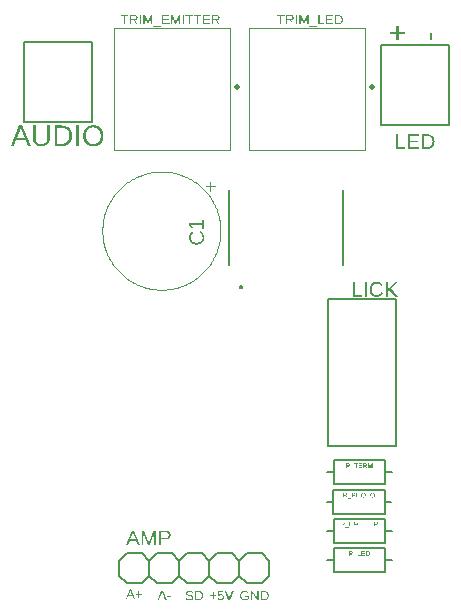
<source format=gbr>
G04 EAGLE Gerber RS-274X export*
G75*
%MOMM*%
%FSLAX34Y34*%
%LPD*%
%INSilkscreen Top*%
%IPPOS*%
%AMOC8*
5,1,8,0,0,1.08239X$1,22.5*%
G01*
G04 Define Apertures*
%ADD10C,0.152400*%
%ADD11C,0.500000*%
%ADD12C,0.120000*%
%ADD13C,0.127000*%
%ADD14C,0.200000*%
G36*
X313851Y534627D02*
X312060Y534627D01*
X312060Y539828D01*
X306809Y539828D01*
X306809Y541632D01*
X312060Y541632D01*
X312060Y546834D01*
X313851Y546834D01*
X313851Y541632D01*
X319102Y541632D01*
X319102Y539828D01*
X313851Y539828D01*
X313851Y534627D01*
G37*
G36*
X342288Y534516D02*
X340325Y534516D01*
X340325Y540650D01*
X342288Y540650D01*
X342288Y534516D01*
G37*
G36*
X84128Y61722D02*
X83019Y61722D01*
X86239Y69612D01*
X87454Y69612D01*
X90624Y61722D01*
X89532Y61722D01*
X88630Y64029D01*
X85035Y64029D01*
X84128Y61722D01*
G37*
%LPC*%
G36*
X88311Y64864D02*
X87297Y67468D01*
X87141Y67879D01*
X86984Y68341D01*
X86833Y68806D01*
X86782Y68649D01*
X86609Y68119D01*
X86368Y67456D01*
X85360Y64864D01*
X88311Y64864D01*
G37*
%LPD*%
G36*
X94379Y62730D02*
X93556Y62730D01*
X93556Y65127D01*
X91182Y65127D01*
X91182Y65944D01*
X93556Y65944D01*
X93556Y68341D01*
X94379Y68341D01*
X94379Y65944D01*
X96754Y65944D01*
X96754Y65127D01*
X94379Y65127D01*
X94379Y62730D01*
G37*
G36*
X110967Y60452D02*
X109858Y60452D01*
X113078Y68342D01*
X114293Y68342D01*
X117463Y60452D01*
X116371Y60452D01*
X115469Y62759D01*
X111874Y62759D01*
X110967Y60452D01*
G37*
%LPC*%
G36*
X115150Y63594D02*
X114137Y66198D01*
X113980Y66609D01*
X113823Y67071D01*
X113672Y67536D01*
X113621Y67379D01*
X113448Y66849D01*
X113207Y66186D01*
X112199Y63594D01*
X115150Y63594D01*
G37*
%LPD*%
G36*
X120770Y63050D02*
X117970Y63050D01*
X117970Y63946D01*
X120770Y63946D01*
X120770Y63050D01*
G37*
G36*
X144521Y60452D02*
X141570Y60452D01*
X141570Y68342D01*
X144180Y68342D01*
X144666Y68327D01*
X145125Y68280D01*
X145554Y68201D01*
X145955Y68091D01*
X146328Y67950D01*
X146672Y67777D01*
X146987Y67573D01*
X147274Y67337D01*
X147529Y67073D01*
X147750Y66782D01*
X147937Y66464D01*
X148090Y66120D01*
X148210Y65749D01*
X148295Y65352D01*
X148346Y64929D01*
X148363Y64478D01*
X148355Y64178D01*
X148333Y63887D01*
X148296Y63606D01*
X148244Y63334D01*
X148177Y63072D01*
X148095Y62819D01*
X147998Y62576D01*
X147887Y62342D01*
X147762Y62120D01*
X147624Y61911D01*
X147474Y61716D01*
X147311Y61533D01*
X147136Y61365D01*
X146949Y61210D01*
X146749Y61068D01*
X146537Y60939D01*
X146315Y60825D01*
X146084Y60726D01*
X145844Y60642D01*
X145596Y60574D01*
X145340Y60521D01*
X145076Y60482D01*
X144803Y60460D01*
X144521Y60452D01*
G37*
%LPC*%
G36*
X144398Y61309D02*
X144819Y61333D01*
X145213Y61404D01*
X145582Y61523D01*
X145924Y61690D01*
X146234Y61901D01*
X146506Y62154D01*
X146739Y62450D01*
X146935Y62787D01*
X147089Y63162D01*
X147199Y63568D01*
X147266Y64007D01*
X147288Y64478D01*
X147275Y64834D01*
X147237Y65168D01*
X147175Y65481D01*
X147087Y65771D01*
X146974Y66040D01*
X146836Y66287D01*
X146672Y66512D01*
X146484Y66716D01*
X146272Y66896D01*
X146037Y67052D01*
X145780Y67185D01*
X145500Y67293D01*
X145198Y67377D01*
X144874Y67437D01*
X144527Y67474D01*
X144157Y67486D01*
X142640Y67486D01*
X142640Y61309D01*
X144398Y61309D01*
G37*
%LPD*%
G36*
X136868Y60340D02*
X136517Y60348D01*
X136185Y60371D01*
X135872Y60411D01*
X135578Y60465D01*
X135302Y60536D01*
X135046Y60622D01*
X134809Y60724D01*
X134590Y60841D01*
X134391Y60974D01*
X134210Y61123D01*
X134049Y61288D01*
X133906Y61468D01*
X133782Y61663D01*
X133678Y61875D01*
X133592Y62102D01*
X133525Y62345D01*
X134561Y62552D01*
X134612Y62380D01*
X134676Y62220D01*
X134752Y62072D01*
X134841Y61935D01*
X134942Y61811D01*
X135057Y61698D01*
X135183Y61597D01*
X135323Y61508D01*
X135640Y61362D01*
X136010Y61258D01*
X136432Y61195D01*
X136907Y61174D01*
X137396Y61197D01*
X137825Y61263D01*
X138018Y61313D01*
X138195Y61374D01*
X138358Y61447D01*
X138506Y61530D01*
X138638Y61624D01*
X138752Y61729D01*
X138849Y61844D01*
X138928Y61969D01*
X138990Y62105D01*
X139034Y62251D01*
X139060Y62407D01*
X139069Y62574D01*
X139058Y62758D01*
X139025Y62924D01*
X138970Y63072D01*
X138893Y63202D01*
X138795Y63317D01*
X138680Y63421D01*
X138548Y63516D01*
X138397Y63599D01*
X138047Y63743D01*
X137635Y63862D01*
X136655Y64092D01*
X135833Y64299D01*
X135506Y64403D01*
X135236Y64506D01*
X135006Y64613D01*
X134802Y64725D01*
X134624Y64844D01*
X134471Y64968D01*
X134340Y65101D01*
X134224Y65245D01*
X134125Y65399D01*
X134043Y65565D01*
X133978Y65742D01*
X133932Y65932D01*
X133904Y66134D01*
X133895Y66349D01*
X133907Y66595D01*
X133943Y66827D01*
X134004Y67044D01*
X134088Y67246D01*
X134198Y67434D01*
X134331Y67608D01*
X134488Y67767D01*
X134670Y67911D01*
X134875Y68040D01*
X135100Y68151D01*
X135346Y68246D01*
X135613Y68323D01*
X135901Y68383D01*
X136210Y68426D01*
X136540Y68451D01*
X136891Y68460D01*
X137217Y68454D01*
X137523Y68434D01*
X137810Y68402D01*
X138076Y68357D01*
X138323Y68299D01*
X138551Y68228D01*
X138758Y68145D01*
X138946Y68048D01*
X139117Y67936D01*
X139275Y67806D01*
X139419Y67658D01*
X139551Y67492D01*
X139669Y67307D01*
X139773Y67105D01*
X139865Y66884D01*
X139943Y66646D01*
X138890Y66461D01*
X138783Y66753D01*
X138638Y67002D01*
X138453Y67208D01*
X138229Y67371D01*
X137962Y67494D01*
X137648Y67583D01*
X137287Y67636D01*
X136879Y67654D01*
X136434Y67634D01*
X136045Y67575D01*
X135712Y67477D01*
X135435Y67340D01*
X135318Y67257D01*
X135217Y67164D01*
X135131Y67061D01*
X135061Y66949D01*
X135006Y66828D01*
X134967Y66696D01*
X134944Y66555D01*
X134936Y66405D01*
X134948Y66231D01*
X134984Y66072D01*
X135045Y65930D01*
X135129Y65803D01*
X135237Y65688D01*
X135365Y65583D01*
X135515Y65487D01*
X135687Y65400D01*
X135914Y65312D01*
X136231Y65215D01*
X137137Y64994D01*
X137862Y64823D01*
X138216Y64728D01*
X138554Y64616D01*
X138874Y64485D01*
X139173Y64333D01*
X139442Y64152D01*
X139674Y63935D01*
X139863Y63679D01*
X140007Y63381D01*
X140060Y63214D01*
X140097Y63034D01*
X140120Y62839D01*
X140127Y62630D01*
X140114Y62365D01*
X140074Y62115D01*
X140007Y61881D01*
X139914Y61662D01*
X139794Y61458D01*
X139647Y61270D01*
X139474Y61097D01*
X139273Y60939D01*
X139049Y60799D01*
X138803Y60677D01*
X138535Y60574D01*
X138245Y60490D01*
X137934Y60424D01*
X137600Y60377D01*
X137245Y60349D01*
X136868Y60340D01*
G37*
G36*
X163252Y60340D02*
X162983Y60348D01*
X162727Y60370D01*
X162484Y60408D01*
X162255Y60460D01*
X162039Y60528D01*
X161837Y60611D01*
X161647Y60709D01*
X161471Y60822D01*
X161310Y60949D01*
X161164Y61089D01*
X161033Y61243D01*
X160918Y61411D01*
X160819Y61592D01*
X160735Y61787D01*
X160667Y61995D01*
X160614Y62216D01*
X161634Y62334D01*
X161729Y62059D01*
X161856Y61822D01*
X162014Y61620D01*
X162203Y61456D01*
X162424Y61328D01*
X162676Y61236D01*
X162960Y61181D01*
X163274Y61163D01*
X163472Y61171D01*
X163658Y61194D01*
X163834Y61232D01*
X163998Y61286D01*
X164152Y61355D01*
X164294Y61439D01*
X164425Y61538D01*
X164546Y61653D01*
X164653Y61781D01*
X164746Y61921D01*
X164825Y62072D01*
X164890Y62235D01*
X164940Y62409D01*
X164976Y62595D01*
X164998Y62792D01*
X165005Y63000D01*
X164998Y63182D01*
X164976Y63355D01*
X164940Y63518D01*
X164889Y63673D01*
X164824Y63819D01*
X164745Y63957D01*
X164651Y64085D01*
X164543Y64204D01*
X164422Y64312D01*
X164292Y64405D01*
X164151Y64484D01*
X164000Y64548D01*
X163840Y64599D01*
X163669Y64634D01*
X163488Y64656D01*
X163297Y64663D01*
X163096Y64655D01*
X162902Y64631D01*
X162715Y64591D01*
X162535Y64534D01*
X162359Y64459D01*
X162182Y64361D01*
X162006Y64240D01*
X161830Y64098D01*
X160844Y64098D01*
X161107Y68342D01*
X165593Y68342D01*
X165593Y67486D01*
X162026Y67486D01*
X161874Y64982D01*
X162043Y65101D01*
X162222Y65203D01*
X162411Y65290D01*
X162609Y65360D01*
X162818Y65416D01*
X163037Y65455D01*
X163265Y65479D01*
X163504Y65486D01*
X163788Y65476D01*
X164057Y65444D01*
X164311Y65390D01*
X164550Y65316D01*
X164775Y65220D01*
X164985Y65102D01*
X165180Y64963D01*
X165360Y64803D01*
X165522Y64626D01*
X165663Y64436D01*
X165782Y64233D01*
X165879Y64016D01*
X165955Y63787D01*
X166009Y63545D01*
X166041Y63290D01*
X166052Y63022D01*
X166040Y62719D01*
X166006Y62431D01*
X165948Y62161D01*
X165866Y61907D01*
X165762Y61669D01*
X165635Y61448D01*
X165484Y61244D01*
X165310Y61057D01*
X165116Y60889D01*
X164903Y60743D01*
X164673Y60620D01*
X164425Y60519D01*
X164158Y60441D01*
X163874Y60385D01*
X163572Y60351D01*
X163252Y60340D01*
G37*
G36*
X170909Y60452D02*
X169801Y60452D01*
X166581Y68342D01*
X167706Y68342D01*
X169890Y62787D01*
X170361Y61393D01*
X170831Y62787D01*
X173004Y68342D01*
X174129Y68342D01*
X170909Y60452D01*
G37*
G36*
X157225Y61460D02*
X156402Y61460D01*
X156402Y63857D01*
X154028Y63857D01*
X154028Y64674D01*
X156402Y64674D01*
X156402Y67071D01*
X157225Y67071D01*
X157225Y64674D01*
X159600Y64674D01*
X159600Y63857D01*
X157225Y63857D01*
X157225Y61460D01*
G37*
G36*
X200107Y60452D02*
X197156Y60452D01*
X197156Y68342D01*
X199765Y68342D01*
X200252Y68327D01*
X200711Y68280D01*
X201140Y68201D01*
X201541Y68091D01*
X201914Y67950D01*
X202258Y67777D01*
X202573Y67573D01*
X202859Y67337D01*
X203115Y67073D01*
X203336Y66782D01*
X203523Y66464D01*
X203676Y66120D01*
X203795Y65749D01*
X203881Y65352D01*
X203932Y64929D01*
X203949Y64478D01*
X203941Y64178D01*
X203919Y63887D01*
X203882Y63606D01*
X203830Y63334D01*
X203763Y63072D01*
X203681Y62819D01*
X203584Y62576D01*
X203473Y62342D01*
X203347Y62120D01*
X203210Y61911D01*
X203060Y61716D01*
X202897Y61533D01*
X202722Y61365D01*
X202535Y61210D01*
X202335Y61068D01*
X202123Y60939D01*
X201900Y60825D01*
X201669Y60726D01*
X201430Y60642D01*
X201182Y60574D01*
X200926Y60521D01*
X200661Y60482D01*
X200388Y60460D01*
X200107Y60452D01*
G37*
%LPC*%
G36*
X199984Y61309D02*
X200405Y61333D01*
X200799Y61404D01*
X201168Y61523D01*
X201510Y61690D01*
X201820Y61901D01*
X202092Y62154D01*
X202325Y62450D01*
X202521Y62787D01*
X202675Y63162D01*
X202785Y63568D01*
X202851Y64007D01*
X202873Y64478D01*
X202861Y64834D01*
X202823Y65168D01*
X202760Y65481D01*
X202673Y65771D01*
X202560Y66040D01*
X202421Y66287D01*
X202258Y66512D01*
X202070Y66716D01*
X201858Y66896D01*
X201623Y67052D01*
X201366Y67185D01*
X201086Y67293D01*
X200784Y67377D01*
X200460Y67437D01*
X200113Y67474D01*
X199743Y67486D01*
X198225Y67486D01*
X198225Y61309D01*
X199984Y61309D01*
G37*
%LPD*%
G36*
X189827Y60452D02*
X188875Y60452D01*
X188875Y68342D01*
X190118Y68342D01*
X194385Y61578D01*
X194335Y62524D01*
X194318Y63168D01*
X194318Y68342D01*
X195281Y68342D01*
X195281Y60452D01*
X193993Y60452D01*
X189771Y67172D01*
X189799Y66629D01*
X189827Y65694D01*
X189827Y60452D01*
G37*
G36*
X183580Y60340D02*
X183276Y60348D01*
X182983Y60371D01*
X182700Y60409D01*
X182428Y60463D01*
X182167Y60532D01*
X181916Y60617D01*
X181676Y60717D01*
X181447Y60833D01*
X181229Y60963D01*
X181025Y61106D01*
X180834Y61263D01*
X180656Y61434D01*
X180492Y61618D01*
X180341Y61816D01*
X180202Y62027D01*
X180078Y62252D01*
X179967Y62489D01*
X179871Y62736D01*
X179789Y62994D01*
X179723Y63261D01*
X179671Y63539D01*
X179634Y63827D01*
X179612Y64125D01*
X179604Y64434D01*
X179620Y64900D01*
X179669Y65340D01*
X179749Y65752D01*
X179862Y66137D01*
X180007Y66496D01*
X180184Y66827D01*
X180393Y67130D01*
X180635Y67407D01*
X180905Y67654D01*
X181202Y67868D01*
X181525Y68049D01*
X181874Y68197D01*
X182249Y68312D01*
X182650Y68394D01*
X183077Y68444D01*
X183530Y68460D01*
X183850Y68453D01*
X184154Y68432D01*
X184443Y68398D01*
X184717Y68349D01*
X184975Y68287D01*
X185218Y68211D01*
X185446Y68121D01*
X185658Y68018D01*
X185857Y67899D01*
X186043Y67763D01*
X186218Y67611D01*
X186382Y67442D01*
X186533Y67257D01*
X186673Y67055D01*
X186801Y66836D01*
X186918Y66601D01*
X185899Y66298D01*
X185715Y66612D01*
X185499Y66879D01*
X185251Y67102D01*
X184972Y67278D01*
X184659Y67413D01*
X184309Y67509D01*
X183924Y67567D01*
X183502Y67586D01*
X183170Y67573D01*
X182859Y67535D01*
X182568Y67470D01*
X182297Y67380D01*
X182046Y67264D01*
X181815Y67122D01*
X181604Y66954D01*
X181413Y66760D01*
X181244Y66543D01*
X181097Y66305D01*
X180973Y66046D01*
X180871Y65766D01*
X180792Y65464D01*
X180736Y65142D01*
X180702Y64798D01*
X180691Y64434D01*
X180703Y64070D01*
X180739Y63725D01*
X180799Y63401D01*
X180883Y63096D01*
X180990Y62811D01*
X181122Y62545D01*
X181278Y62299D01*
X181458Y62073D01*
X181659Y61870D01*
X181878Y61695D01*
X182116Y61546D01*
X182372Y61424D01*
X182647Y61330D01*
X182940Y61262D01*
X183251Y61222D01*
X183580Y61208D01*
X183960Y61223D01*
X184327Y61267D01*
X184681Y61340D01*
X185022Y61443D01*
X185341Y61571D01*
X185628Y61720D01*
X185883Y61890D01*
X186106Y62082D01*
X186106Y63504D01*
X183748Y63504D01*
X183748Y64400D01*
X187092Y64400D01*
X187092Y61678D01*
X186760Y61377D01*
X186394Y61112D01*
X185992Y60883D01*
X185554Y60690D01*
X185090Y60537D01*
X184606Y60428D01*
X184103Y60362D01*
X183580Y60340D01*
G37*
G36*
X338238Y442570D02*
X333622Y442570D01*
X333622Y454911D01*
X337704Y454911D01*
X338090Y454905D01*
X338465Y454886D01*
X338829Y454856D01*
X339182Y454813D01*
X339524Y454757D01*
X339854Y454690D01*
X340173Y454610D01*
X340481Y454518D01*
X340778Y454413D01*
X341064Y454297D01*
X341338Y454168D01*
X341602Y454026D01*
X341854Y453873D01*
X342095Y453707D01*
X342324Y453529D01*
X342543Y453339D01*
X342749Y453137D01*
X342942Y452925D01*
X343122Y452702D01*
X343288Y452470D01*
X343441Y452226D01*
X343581Y451973D01*
X343708Y451709D01*
X343821Y451435D01*
X343920Y451150D01*
X344007Y450855D01*
X344080Y450550D01*
X344140Y450234D01*
X344187Y449908D01*
X344220Y449571D01*
X344240Y449225D01*
X344247Y448867D01*
X344235Y448398D01*
X344200Y447943D01*
X344142Y447502D01*
X344060Y447077D01*
X343956Y446667D01*
X343828Y446272D01*
X343677Y445891D01*
X343502Y445526D01*
X343306Y445178D01*
X343091Y444852D01*
X342856Y444546D01*
X342602Y444261D01*
X342329Y443998D01*
X342036Y443755D01*
X341723Y443533D01*
X341391Y443332D01*
X341043Y443153D01*
X340682Y442999D01*
X340307Y442868D01*
X339920Y442760D01*
X339519Y442677D01*
X339105Y442618D01*
X338678Y442582D01*
X338238Y442570D01*
G37*
%LPC*%
G36*
X338045Y443910D02*
X338380Y443919D01*
X338704Y443947D01*
X339017Y443994D01*
X339321Y444059D01*
X339614Y444143D01*
X339897Y444245D01*
X340170Y444366D01*
X340432Y444506D01*
X340682Y444663D01*
X340917Y444836D01*
X341137Y445026D01*
X341342Y445233D01*
X341532Y445455D01*
X341707Y445695D01*
X341868Y445950D01*
X342013Y446222D01*
X342142Y446509D01*
X342254Y446808D01*
X342349Y447120D01*
X342427Y447444D01*
X342487Y447781D01*
X342530Y448131D01*
X342556Y448493D01*
X342565Y448867D01*
X342545Y449424D01*
X342486Y449947D01*
X342388Y450435D01*
X342251Y450890D01*
X342074Y451310D01*
X341858Y451696D01*
X341603Y452048D01*
X341308Y452366D01*
X340976Y452649D01*
X340609Y452893D01*
X340207Y453100D01*
X339770Y453270D01*
X339297Y453401D01*
X338790Y453495D01*
X338247Y453552D01*
X337669Y453571D01*
X335295Y453571D01*
X335295Y443910D01*
X338045Y443910D01*
G37*
%LPD*%
G36*
X331376Y442570D02*
X321654Y442570D01*
X321654Y454911D01*
X331017Y454911D01*
X331017Y453544D01*
X323327Y453544D01*
X323327Y449586D01*
X330491Y449586D01*
X330491Y448237D01*
X323327Y448237D01*
X323327Y443936D01*
X331376Y443936D01*
X331376Y442570D01*
G37*
G36*
X319594Y442570D02*
X311685Y442570D01*
X311685Y454911D01*
X313358Y454911D01*
X313358Y443936D01*
X319594Y443936D01*
X319594Y442570D01*
G37*
G36*
X304482Y317500D02*
X302809Y317500D01*
X302809Y329841D01*
X304482Y329841D01*
X304482Y323657D01*
X310429Y329841D01*
X312400Y329841D01*
X307145Y324481D01*
X313101Y317500D01*
X311025Y317500D01*
X306094Y323456D01*
X304482Y322230D01*
X304482Y317500D01*
G37*
G36*
X295297Y317325D02*
X294839Y317337D01*
X294396Y317373D01*
X293969Y317434D01*
X293558Y317519D01*
X293162Y317628D01*
X292782Y317761D01*
X292418Y317918D01*
X292070Y318100D01*
X291739Y318304D01*
X291429Y318529D01*
X291139Y318775D01*
X290870Y319042D01*
X290621Y319329D01*
X290391Y319637D01*
X290183Y319966D01*
X289994Y320316D01*
X289827Y320684D01*
X289682Y321069D01*
X289559Y321471D01*
X289459Y321889D01*
X289381Y322324D01*
X289325Y322775D01*
X289291Y323243D01*
X289280Y323727D01*
X289286Y324091D01*
X289305Y324445D01*
X289336Y324789D01*
X289380Y325123D01*
X289436Y325447D01*
X289504Y325761D01*
X289585Y326065D01*
X289679Y326359D01*
X289785Y326643D01*
X289903Y326917D01*
X290177Y327435D01*
X290501Y327914D01*
X290874Y328352D01*
X291292Y328744D01*
X291748Y329084D01*
X291990Y329234D01*
X292242Y329371D01*
X292504Y329495D01*
X292775Y329606D01*
X293056Y329705D01*
X293346Y329789D01*
X293646Y329861D01*
X293955Y329920D01*
X294274Y329966D01*
X294603Y329999D01*
X294941Y330018D01*
X295289Y330025D01*
X295771Y330013D01*
X296233Y329977D01*
X296675Y329916D01*
X297097Y329832D01*
X297499Y329724D01*
X297880Y329591D01*
X298241Y329435D01*
X298582Y329254D01*
X298901Y329050D01*
X299199Y328822D01*
X299475Y328571D01*
X299729Y328297D01*
X299961Y328000D01*
X300171Y327679D01*
X300360Y327335D01*
X300526Y326968D01*
X298941Y326442D01*
X298825Y326704D01*
X298694Y326949D01*
X298546Y327179D01*
X298381Y327393D01*
X298201Y327591D01*
X298004Y327773D01*
X297791Y327939D01*
X297561Y328089D01*
X297318Y328223D01*
X297064Y328338D01*
X296799Y328436D01*
X296522Y328516D01*
X296235Y328578D01*
X295936Y328623D01*
X295627Y328649D01*
X295306Y328658D01*
X294808Y328638D01*
X294338Y328576D01*
X293897Y328473D01*
X293484Y328329D01*
X293100Y328143D01*
X292744Y327917D01*
X292417Y327649D01*
X292118Y327340D01*
X291851Y326995D01*
X291620Y326620D01*
X291424Y326214D01*
X291264Y325778D01*
X291139Y325311D01*
X291050Y324814D01*
X290997Y324286D01*
X290979Y323727D01*
X290998Y323174D01*
X291054Y322649D01*
X291146Y322151D01*
X291276Y321681D01*
X291443Y321239D01*
X291647Y320825D01*
X291888Y320438D01*
X292166Y320079D01*
X292476Y319756D01*
X292812Y319476D01*
X293174Y319239D01*
X293562Y319045D01*
X293976Y318894D01*
X294417Y318786D01*
X294883Y318721D01*
X295376Y318700D01*
X295695Y318710D01*
X296004Y318740D01*
X296303Y318790D01*
X296592Y318860D01*
X296871Y318951D01*
X297139Y319061D01*
X297398Y319191D01*
X297647Y319341D01*
X297885Y319512D01*
X298114Y319702D01*
X298332Y319913D01*
X298541Y320143D01*
X298739Y320394D01*
X298927Y320665D01*
X299106Y320955D01*
X299274Y321266D01*
X300640Y320583D01*
X300440Y320196D01*
X300220Y319834D01*
X299982Y319495D01*
X299724Y319179D01*
X299446Y318888D01*
X299150Y318621D01*
X298834Y318377D01*
X298499Y318157D01*
X298147Y317962D01*
X297781Y317793D01*
X297402Y317650D01*
X297008Y317533D01*
X296601Y317442D01*
X296181Y317377D01*
X295746Y317338D01*
X295297Y317325D01*
G37*
G36*
X282812Y317500D02*
X274903Y317500D01*
X274903Y329841D01*
X276576Y329841D01*
X276576Y318866D01*
X282812Y318866D01*
X282812Y317500D01*
G37*
G36*
X286729Y317500D02*
X285056Y317500D01*
X285056Y329841D01*
X286729Y329841D01*
X286729Y317500D01*
G37*
G36*
X112952Y107063D02*
X111279Y107063D01*
X111279Y119404D01*
X116473Y119404D01*
X116977Y119389D01*
X117453Y119343D01*
X117898Y119267D01*
X118315Y119161D01*
X118702Y119024D01*
X119060Y118857D01*
X119388Y118659D01*
X119688Y118432D01*
X119954Y118176D01*
X120186Y117896D01*
X120381Y117590D01*
X120542Y117260D01*
X120666Y116905D01*
X120755Y116525D01*
X120808Y116120D01*
X120826Y115690D01*
X120808Y115263D01*
X120755Y114859D01*
X120665Y114477D01*
X120540Y114118D01*
X120380Y113781D01*
X120183Y113467D01*
X119951Y113174D01*
X119683Y112905D01*
X119385Y112663D01*
X119061Y112453D01*
X118711Y112275D01*
X118335Y112130D01*
X117935Y112017D01*
X117508Y111936D01*
X117056Y111888D01*
X116578Y111871D01*
X112952Y111871D01*
X112952Y107063D01*
G37*
%LPC*%
G36*
X116342Y113194D02*
X116681Y113204D01*
X116999Y113233D01*
X117294Y113281D01*
X117568Y113349D01*
X117820Y113436D01*
X118050Y113542D01*
X118258Y113668D01*
X118444Y113814D01*
X118608Y113978D01*
X118750Y114162D01*
X118871Y114365D01*
X118969Y114588D01*
X119046Y114830D01*
X119101Y115092D01*
X119134Y115372D01*
X119145Y115673D01*
X119133Y115962D01*
X119100Y116233D01*
X119044Y116485D01*
X118965Y116719D01*
X118864Y116934D01*
X118741Y117130D01*
X118595Y117307D01*
X118426Y117466D01*
X118236Y117606D01*
X118022Y117727D01*
X117787Y117830D01*
X117529Y117914D01*
X117248Y117980D01*
X116945Y118026D01*
X116620Y118054D01*
X116272Y118064D01*
X112952Y118064D01*
X112952Y113194D01*
X116342Y113194D01*
G37*
%LPD*%
G36*
X97831Y107063D02*
X96342Y107063D01*
X96342Y119404D01*
X98540Y119404D01*
X101825Y110847D01*
X101997Y110311D01*
X102162Y109739D01*
X102377Y108885D01*
X102485Y109326D01*
X102670Y109949D01*
X102857Y110530D01*
X102972Y110847D01*
X106195Y119404D01*
X108341Y119404D01*
X108341Y107063D01*
X106835Y107063D01*
X106835Y115296D01*
X106854Y116636D01*
X106913Y117924D01*
X106506Y116527D01*
X106319Y115956D01*
X106143Y115471D01*
X102955Y107063D01*
X101781Y107063D01*
X98549Y115471D01*
X98059Y116960D01*
X97770Y117924D01*
X97796Y116951D01*
X97831Y115296D01*
X97831Y107063D01*
G37*
G36*
X84702Y107063D02*
X82968Y107063D01*
X88004Y119404D01*
X89905Y119404D01*
X94862Y107063D01*
X93154Y107063D01*
X91744Y110671D01*
X86121Y110671D01*
X84702Y107063D01*
G37*
%LPC*%
G36*
X91245Y111976D02*
X89660Y116049D01*
X89414Y116693D01*
X89169Y117416D01*
X88933Y118142D01*
X88854Y117897D01*
X88582Y117067D01*
X88206Y116032D01*
X86629Y111976D01*
X91245Y111976D01*
G37*
%LPD*%
G36*
X262801Y548132D02*
X259850Y548132D01*
X259850Y556022D01*
X262459Y556022D01*
X262946Y556007D01*
X263405Y555960D01*
X263834Y555881D01*
X264235Y555771D01*
X264608Y555630D01*
X264952Y555457D01*
X265267Y555253D01*
X265553Y555017D01*
X265809Y554753D01*
X266030Y554462D01*
X266217Y554144D01*
X266370Y553800D01*
X266489Y553429D01*
X266575Y553032D01*
X266626Y552609D01*
X266643Y552158D01*
X266635Y551858D01*
X266613Y551567D01*
X266576Y551286D01*
X266524Y551014D01*
X266457Y550752D01*
X266375Y550499D01*
X266278Y550256D01*
X266167Y550022D01*
X266041Y549800D01*
X265904Y549591D01*
X265754Y549396D01*
X265591Y549213D01*
X265416Y549045D01*
X265229Y548890D01*
X265029Y548748D01*
X264817Y548619D01*
X264594Y548505D01*
X264363Y548406D01*
X264124Y548322D01*
X263876Y548254D01*
X263620Y548201D01*
X263355Y548162D01*
X263082Y548140D01*
X262801Y548132D01*
G37*
%LPC*%
G36*
X262678Y548989D02*
X263099Y549013D01*
X263493Y549084D01*
X263862Y549203D01*
X264204Y549370D01*
X264514Y549581D01*
X264786Y549834D01*
X265019Y550130D01*
X265215Y550467D01*
X265369Y550842D01*
X265479Y551248D01*
X265545Y551687D01*
X265567Y552158D01*
X265555Y552514D01*
X265517Y552848D01*
X265454Y553161D01*
X265367Y553451D01*
X265254Y553720D01*
X265115Y553967D01*
X264952Y554192D01*
X264764Y554396D01*
X264552Y554576D01*
X264317Y554732D01*
X264060Y554865D01*
X263780Y554973D01*
X263478Y555057D01*
X263154Y555117D01*
X262807Y555154D01*
X262437Y555166D01*
X260919Y555166D01*
X260919Y548989D01*
X262678Y548989D01*
G37*
%LPD*%
G36*
X219513Y548132D02*
X218444Y548132D01*
X218444Y556022D01*
X222156Y556022D01*
X222480Y556013D01*
X222785Y555985D01*
X223071Y555938D01*
X223337Y555873D01*
X223585Y555789D01*
X223814Y555687D01*
X224024Y555566D01*
X224214Y555426D01*
X224384Y555270D01*
X224532Y555099D01*
X224656Y554913D01*
X224758Y554713D01*
X224838Y554498D01*
X224894Y554268D01*
X224928Y554024D01*
X224940Y553766D01*
X224932Y553550D01*
X224908Y553343D01*
X224868Y553146D01*
X224812Y552956D01*
X224739Y552776D01*
X224651Y552604D01*
X224547Y552441D01*
X224427Y552287D01*
X224293Y552144D01*
X224147Y552015D01*
X223988Y551900D01*
X223917Y551858D01*
X223818Y551799D01*
X223635Y551711D01*
X223440Y551637D01*
X223233Y551577D01*
X223013Y551531D01*
X223967Y550084D01*
X225253Y548132D01*
X224021Y548132D01*
X221972Y551408D01*
X219513Y551408D01*
X219513Y548132D01*
G37*
%LPC*%
G36*
X222095Y552254D02*
X222300Y552260D01*
X222494Y552278D01*
X222675Y552309D01*
X222845Y552352D01*
X223002Y552408D01*
X223147Y552476D01*
X223281Y552556D01*
X223402Y552648D01*
X223511Y552752D01*
X223605Y552866D01*
X223684Y552989D01*
X223749Y553122D01*
X223799Y553265D01*
X223836Y553419D01*
X223857Y553582D01*
X223864Y553754D01*
X223857Y553921D01*
X223835Y554078D01*
X223799Y554225D01*
X223748Y554361D01*
X223682Y554487D01*
X223601Y554603D01*
X223506Y554709D01*
X223397Y554804D01*
X223273Y554889D01*
X223137Y554962D01*
X222826Y555075D01*
X222464Y555143D01*
X222050Y555166D01*
X219513Y555166D01*
X219513Y552254D01*
X222095Y552254D01*
G37*
%LPD*%
G36*
X230864Y548132D02*
X229912Y548132D01*
X229912Y556022D01*
X231318Y556022D01*
X233418Y550551D01*
X233634Y549843D01*
X233771Y549297D01*
X233840Y549579D01*
X233958Y549977D01*
X234152Y550551D01*
X236212Y556022D01*
X237584Y556022D01*
X237584Y548132D01*
X236621Y548132D01*
X236621Y553396D01*
X236634Y554253D01*
X236672Y555076D01*
X236411Y554183D01*
X236179Y553508D01*
X234140Y548132D01*
X233390Y548132D01*
X231324Y553508D01*
X231010Y554460D01*
X230825Y555076D01*
X230842Y554454D01*
X230864Y553396D01*
X230864Y548132D01*
G37*
G36*
X258441Y548132D02*
X252225Y548132D01*
X252225Y556022D01*
X258211Y556022D01*
X258211Y555149D01*
X253294Y555149D01*
X253294Y552618D01*
X257875Y552618D01*
X257875Y551755D01*
X253294Y551755D01*
X253294Y549006D01*
X258441Y549006D01*
X258441Y548132D01*
G37*
G36*
X214535Y548132D02*
X213471Y548132D01*
X213471Y555149D01*
X210760Y555149D01*
X210760Y556022D01*
X217245Y556022D01*
X217245Y555149D01*
X214535Y555149D01*
X214535Y548132D01*
G37*
G36*
X250875Y548132D02*
X245819Y548132D01*
X245819Y556022D01*
X246888Y556022D01*
X246888Y549006D01*
X250875Y549006D01*
X250875Y548132D01*
G37*
G36*
X227912Y548132D02*
X226842Y548132D01*
X226842Y556022D01*
X227912Y556022D01*
X227912Y548132D01*
G37*
G36*
X245010Y545853D02*
X238329Y545853D01*
X238329Y546581D01*
X245010Y546581D01*
X245010Y545853D01*
G37*
G36*
X87392Y548132D02*
X86323Y548132D01*
X86323Y556022D01*
X90036Y556022D01*
X90359Y556013D01*
X90664Y555985D01*
X90950Y555938D01*
X91217Y555873D01*
X91464Y555789D01*
X91693Y555687D01*
X91903Y555566D01*
X92094Y555426D01*
X92264Y555270D01*
X92411Y555099D01*
X92536Y554913D01*
X92638Y554713D01*
X92717Y554498D01*
X92774Y554268D01*
X92808Y554024D01*
X92819Y553766D01*
X92811Y553550D01*
X92787Y553343D01*
X92747Y553146D01*
X92691Y552956D01*
X92619Y552776D01*
X92531Y552604D01*
X92427Y552441D01*
X92306Y552287D01*
X92172Y552144D01*
X92026Y552015D01*
X91867Y551900D01*
X91797Y551858D01*
X91697Y551799D01*
X91514Y551711D01*
X91319Y551637D01*
X91112Y551577D01*
X90892Y551531D01*
X91846Y550084D01*
X93132Y548132D01*
X91900Y548132D01*
X89851Y551408D01*
X87392Y551408D01*
X87392Y548132D01*
G37*
%LPC*%
G36*
X89974Y552254D02*
X90179Y552260D01*
X90373Y552278D01*
X90554Y552309D01*
X90724Y552352D01*
X90881Y552408D01*
X91027Y552476D01*
X91160Y552556D01*
X91282Y552648D01*
X91390Y552752D01*
X91484Y552866D01*
X91563Y552989D01*
X91628Y553122D01*
X91679Y553265D01*
X91715Y553419D01*
X91736Y553582D01*
X91744Y553754D01*
X91736Y553921D01*
X91714Y554078D01*
X91678Y554225D01*
X91627Y554361D01*
X91561Y554487D01*
X91481Y554603D01*
X91386Y554709D01*
X91276Y554804D01*
X91153Y554889D01*
X91017Y554962D01*
X90706Y555075D01*
X90343Y555143D01*
X89929Y555166D01*
X87392Y555166D01*
X87392Y552254D01*
X89974Y552254D01*
G37*
%LPD*%
G36*
X156830Y548132D02*
X155760Y548132D01*
X155760Y556022D01*
X159473Y556022D01*
X159797Y556013D01*
X160102Y555985D01*
X160387Y555938D01*
X160654Y555873D01*
X160902Y555789D01*
X161131Y555687D01*
X161340Y555566D01*
X161531Y555426D01*
X161701Y555270D01*
X161848Y555099D01*
X161973Y554913D01*
X162075Y554713D01*
X162154Y554498D01*
X162211Y554268D01*
X162245Y554024D01*
X162256Y553766D01*
X162248Y553550D01*
X162224Y553343D01*
X162184Y553146D01*
X162128Y552956D01*
X162056Y552776D01*
X161968Y552604D01*
X161864Y552441D01*
X161744Y552287D01*
X161610Y552144D01*
X161463Y552015D01*
X161305Y551900D01*
X161234Y551858D01*
X161134Y551799D01*
X160951Y551711D01*
X160756Y551637D01*
X160549Y551577D01*
X160330Y551531D01*
X161284Y550084D01*
X162570Y548132D01*
X161338Y548132D01*
X159288Y551408D01*
X156830Y551408D01*
X156830Y548132D01*
G37*
%LPC*%
G36*
X159412Y552254D02*
X159617Y552260D01*
X159810Y552278D01*
X159992Y552309D01*
X160161Y552352D01*
X160319Y552408D01*
X160464Y552476D01*
X160598Y552556D01*
X160719Y552648D01*
X160827Y552752D01*
X160921Y552866D01*
X161001Y552989D01*
X161066Y553122D01*
X161116Y553265D01*
X161152Y553419D01*
X161174Y553582D01*
X161181Y553754D01*
X161174Y553921D01*
X161152Y554078D01*
X161115Y554225D01*
X161064Y554361D01*
X160999Y554487D01*
X160918Y554603D01*
X160823Y554709D01*
X160714Y554804D01*
X160590Y554889D01*
X160454Y554962D01*
X160143Y555075D01*
X159781Y555143D01*
X159367Y555166D01*
X156830Y555166D01*
X156830Y552254D01*
X159412Y552254D01*
G37*
%LPD*%
G36*
X98744Y548132D02*
X97792Y548132D01*
X97792Y556022D01*
X99197Y556022D01*
X101297Y550551D01*
X101513Y549843D01*
X101650Y549297D01*
X101719Y549579D01*
X101838Y549977D01*
X102031Y550551D01*
X104092Y556022D01*
X105464Y556022D01*
X105464Y548132D01*
X104500Y548132D01*
X104500Y553396D01*
X104513Y554253D01*
X104551Y555076D01*
X104290Y554183D01*
X104058Y553508D01*
X102020Y548132D01*
X101269Y548132D01*
X99203Y553508D01*
X98889Y554460D01*
X98704Y555076D01*
X98721Y554454D01*
X98744Y553396D01*
X98744Y548132D01*
G37*
G36*
X122306Y548132D02*
X121354Y548132D01*
X121354Y556022D01*
X122760Y556022D01*
X124860Y550551D01*
X125075Y549843D01*
X125213Y549297D01*
X125282Y549579D01*
X125400Y549977D01*
X125593Y550551D01*
X127654Y556022D01*
X129026Y556022D01*
X129026Y548132D01*
X128063Y548132D01*
X128063Y553396D01*
X128076Y554253D01*
X128113Y555076D01*
X127853Y554183D01*
X127621Y553508D01*
X125582Y548132D01*
X124832Y548132D01*
X122765Y553508D01*
X122452Y554460D01*
X122267Y555076D01*
X122284Y554454D01*
X122306Y553396D01*
X122306Y548132D01*
G37*
G36*
X119914Y548132D02*
X113698Y548132D01*
X113698Y556022D01*
X119684Y556022D01*
X119684Y555149D01*
X114767Y555149D01*
X114767Y552618D01*
X119348Y552618D01*
X119348Y551755D01*
X114767Y551755D01*
X114767Y549006D01*
X119914Y549006D01*
X119914Y548132D01*
G37*
G36*
X154320Y548132D02*
X148104Y548132D01*
X148104Y556022D01*
X154091Y556022D01*
X154091Y555149D01*
X149174Y555149D01*
X149174Y552618D01*
X153755Y552618D01*
X153755Y551755D01*
X149174Y551755D01*
X149174Y549006D01*
X154320Y549006D01*
X154320Y548132D01*
G37*
G36*
X82414Y548132D02*
X81350Y548132D01*
X81350Y555149D01*
X78640Y555149D01*
X78640Y556022D01*
X85124Y556022D01*
X85124Y555149D01*
X82414Y555149D01*
X82414Y548132D01*
G37*
G36*
X137195Y548132D02*
X136131Y548132D01*
X136131Y555149D01*
X133421Y555149D01*
X133421Y556022D01*
X139906Y556022D01*
X139906Y555149D01*
X137195Y555149D01*
X137195Y548132D01*
G37*
G36*
X144195Y548132D02*
X143131Y548132D01*
X143131Y555149D01*
X140421Y555149D01*
X140421Y556022D01*
X146906Y556022D01*
X146906Y555149D01*
X144195Y555149D01*
X144195Y548132D01*
G37*
G36*
X95791Y548132D02*
X94722Y548132D01*
X94722Y556022D01*
X95791Y556022D01*
X95791Y548132D01*
G37*
G36*
X132104Y548132D02*
X131034Y548132D01*
X131034Y556022D01*
X132104Y556022D01*
X132104Y548132D01*
G37*
G36*
X112889Y545853D02*
X106208Y545853D01*
X106208Y546581D01*
X112889Y546581D01*
X112889Y545853D01*
G37*
G36*
X287675Y98132D02*
X286203Y98132D01*
X286203Y102066D01*
X287505Y102066D01*
X287747Y102059D01*
X287976Y102035D01*
X288190Y101996D01*
X288390Y101941D01*
X288576Y101871D01*
X288747Y101784D01*
X288904Y101683D01*
X289047Y101565D01*
X289175Y101433D01*
X289285Y101288D01*
X289378Y101130D01*
X289455Y100958D01*
X289514Y100773D01*
X289557Y100575D01*
X289582Y100364D01*
X289590Y100140D01*
X289576Y99845D01*
X289531Y99569D01*
X289457Y99312D01*
X289353Y99074D01*
X289222Y98859D01*
X289066Y98671D01*
X288886Y98510D01*
X288680Y98375D01*
X288454Y98269D01*
X288211Y98193D01*
X287951Y98147D01*
X287675Y98132D01*
G37*
%LPC*%
G36*
X287613Y98559D02*
X287823Y98571D01*
X288020Y98607D01*
X288204Y98666D01*
X288374Y98749D01*
X288529Y98855D01*
X288664Y98981D01*
X288781Y99128D01*
X288878Y99296D01*
X288955Y99483D01*
X289010Y99686D01*
X289043Y99905D01*
X289054Y100140D01*
X289048Y100317D01*
X289029Y100484D01*
X288998Y100640D01*
X288954Y100784D01*
X288898Y100918D01*
X288829Y101042D01*
X288748Y101154D01*
X288654Y101255D01*
X288431Y101423D01*
X288303Y101489D01*
X288163Y101543D01*
X288013Y101585D01*
X287851Y101615D01*
X287678Y101633D01*
X287493Y101639D01*
X286737Y101639D01*
X286737Y98559D01*
X287613Y98559D01*
G37*
%LPD*%
G36*
X272455Y98132D02*
X271922Y98132D01*
X271922Y102066D01*
X273773Y102066D01*
X274087Y102048D01*
X274362Y101992D01*
X274600Y101899D01*
X274800Y101769D01*
X274958Y101606D01*
X275071Y101413D01*
X275139Y101192D01*
X275161Y100941D01*
X275145Y100731D01*
X275097Y100538D01*
X275018Y100362D01*
X274906Y100204D01*
X274766Y100068D01*
X274651Y99993D01*
X274602Y99960D01*
X274413Y99880D01*
X274201Y99827D01*
X274676Y99105D01*
X275318Y98132D01*
X274703Y98132D01*
X273681Y99766D01*
X272455Y99766D01*
X272455Y98132D01*
G37*
%LPC*%
G36*
X273743Y100187D02*
X273942Y100199D01*
X274117Y100236D01*
X274268Y100298D01*
X274395Y100384D01*
X274496Y100492D01*
X274567Y100620D01*
X274611Y100768D01*
X274625Y100936D01*
X274611Y101097D01*
X274567Y101238D01*
X274494Y101359D01*
X274392Y101459D01*
X274263Y101538D01*
X274107Y101594D01*
X273927Y101628D01*
X273720Y101639D01*
X272455Y101639D01*
X272455Y100187D01*
X273743Y100187D01*
G37*
%LPD*%
G36*
X285490Y98132D02*
X282391Y98132D01*
X282391Y102066D01*
X285376Y102066D01*
X285376Y101631D01*
X282924Y101631D01*
X282924Y100369D01*
X285208Y100369D01*
X285208Y99939D01*
X282924Y99939D01*
X282924Y98568D01*
X285490Y98568D01*
X285490Y98132D01*
G37*
G36*
X281725Y98132D02*
X279203Y98132D01*
X279203Y102066D01*
X279737Y102066D01*
X279737Y98568D01*
X281725Y98568D01*
X281725Y98132D01*
G37*
G36*
X278823Y96996D02*
X275491Y96996D01*
X275491Y97359D01*
X278823Y97359D01*
X278823Y96996D01*
G37*
G36*
X265469Y122946D02*
X264936Y122946D01*
X264936Y126880D01*
X266787Y126880D01*
X267101Y126862D01*
X267376Y126806D01*
X267614Y126713D01*
X267814Y126583D01*
X267972Y126420D01*
X268085Y126227D01*
X268153Y126006D01*
X268175Y125755D01*
X268159Y125545D01*
X268111Y125352D01*
X268031Y125176D01*
X267920Y125018D01*
X267780Y124882D01*
X267665Y124807D01*
X267616Y124774D01*
X267427Y124694D01*
X267215Y124641D01*
X267690Y123919D01*
X268331Y122946D01*
X267717Y122946D01*
X266695Y124580D01*
X265469Y124580D01*
X265469Y122946D01*
G37*
%LPC*%
G36*
X266757Y125001D02*
X266955Y125013D01*
X267130Y125050D01*
X267281Y125112D01*
X267409Y125198D01*
X267509Y125306D01*
X267581Y125434D01*
X267625Y125582D01*
X267639Y125750D01*
X267624Y125911D01*
X267581Y126052D01*
X267508Y126173D01*
X267406Y126273D01*
X267276Y126352D01*
X267121Y126408D01*
X266941Y126442D01*
X266734Y126453D01*
X265469Y126453D01*
X265469Y125001D01*
X266757Y125001D01*
G37*
%LPD*%
G36*
X293719Y122946D02*
X293186Y122946D01*
X293186Y126880D01*
X295037Y126880D01*
X295351Y126862D01*
X295626Y126806D01*
X295864Y126713D01*
X296064Y126583D01*
X296222Y126420D01*
X296335Y126227D01*
X296403Y126006D01*
X296425Y125755D01*
X296409Y125545D01*
X296361Y125352D01*
X296281Y125176D01*
X296170Y125018D01*
X296030Y124882D01*
X295915Y124807D01*
X295866Y124774D01*
X295677Y124694D01*
X295465Y124641D01*
X295940Y123919D01*
X296581Y122946D01*
X295967Y122946D01*
X294945Y124580D01*
X293719Y124580D01*
X293719Y122946D01*
G37*
%LPC*%
G36*
X295007Y125001D02*
X295205Y125013D01*
X295380Y125050D01*
X295531Y125112D01*
X295659Y125198D01*
X295759Y125306D01*
X295831Y125434D01*
X295875Y125582D01*
X295889Y125750D01*
X295874Y125911D01*
X295831Y126052D01*
X295758Y126173D01*
X295656Y126273D01*
X295526Y126352D01*
X295371Y126408D01*
X295191Y126442D01*
X294984Y126453D01*
X293719Y126453D01*
X293719Y125001D01*
X295007Y125001D01*
G37*
%LPD*%
G36*
X276504Y122946D02*
X276030Y122946D01*
X276030Y126880D01*
X276731Y126880D01*
X277778Y124152D01*
X277885Y123799D01*
X277954Y123527D01*
X278047Y123866D01*
X278144Y124152D01*
X279171Y126880D01*
X279855Y126880D01*
X279855Y122946D01*
X279375Y122946D01*
X279375Y125571D01*
X279381Y125998D01*
X279400Y126409D01*
X279270Y125963D01*
X279154Y125627D01*
X278138Y122946D01*
X277764Y122946D01*
X276733Y125627D01*
X276577Y126101D01*
X276485Y126409D01*
X276493Y126099D01*
X276504Y125571D01*
X276504Y122946D01*
G37*
G36*
X275317Y122946D02*
X272217Y122946D01*
X272217Y126880D01*
X275202Y126880D01*
X275202Y126445D01*
X272751Y126445D01*
X272751Y125183D01*
X275035Y125183D01*
X275035Y124753D01*
X272751Y124753D01*
X272751Y123382D01*
X275317Y123382D01*
X275317Y122946D01*
G37*
G36*
X292473Y122946D02*
X289373Y122946D01*
X289373Y126880D01*
X292359Y126880D01*
X292359Y126445D01*
X289907Y126445D01*
X289907Y125183D01*
X292191Y125183D01*
X292191Y124753D01*
X289907Y124753D01*
X289907Y123382D01*
X292473Y123382D01*
X292473Y122946D01*
G37*
G36*
X283946Y122946D02*
X283416Y122946D01*
X283416Y126445D01*
X282064Y126445D01*
X282064Y126880D01*
X285298Y126880D01*
X285298Y126445D01*
X283946Y126445D01*
X283946Y122946D01*
G37*
G36*
X287446Y122946D02*
X286916Y122946D01*
X286916Y126445D01*
X285564Y126445D01*
X285564Y126880D01*
X288798Y126880D01*
X288798Y126445D01*
X287446Y126445D01*
X287446Y122946D01*
G37*
G36*
X281403Y122946D02*
X280870Y122946D01*
X280870Y126880D01*
X281403Y126880D01*
X281403Y122946D01*
G37*
G36*
X271837Y121810D02*
X268505Y121810D01*
X268505Y122173D01*
X271837Y122173D01*
X271837Y121810D01*
G37*
G36*
X284018Y147372D02*
X283726Y147388D01*
X283454Y147434D01*
X283203Y147510D01*
X282973Y147618D01*
X282766Y147754D01*
X282585Y147918D01*
X282430Y148110D01*
X282301Y148329D01*
X282200Y148571D01*
X282127Y148832D01*
X282084Y149113D01*
X282069Y149413D01*
X282077Y149643D01*
X282102Y149860D01*
X282142Y150063D01*
X282198Y150254D01*
X282271Y150432D01*
X282360Y150597D01*
X282465Y150750D01*
X282586Y150889D01*
X282721Y151014D01*
X282870Y151122D01*
X283030Y151213D01*
X283204Y151288D01*
X283390Y151346D01*
X283589Y151388D01*
X283800Y151413D01*
X284024Y151421D01*
X284314Y151406D01*
X284585Y151361D01*
X284835Y151287D01*
X285066Y151182D01*
X285273Y151049D01*
X285455Y150889D01*
X285610Y150702D01*
X285740Y150488D01*
X285842Y150251D01*
X285915Y149992D01*
X285958Y149713D01*
X285973Y149413D01*
X285958Y149114D01*
X285914Y148835D01*
X285840Y148574D01*
X285737Y148333D01*
X285606Y148114D01*
X285450Y147923D01*
X285268Y147758D01*
X285060Y147621D01*
X284829Y147512D01*
X284579Y147434D01*
X284309Y147388D01*
X284018Y147372D01*
G37*
%LPC*%
G36*
X284018Y147805D02*
X284184Y147812D01*
X284339Y147831D01*
X284485Y147864D01*
X284620Y147910D01*
X284746Y147969D01*
X284862Y148041D01*
X285064Y148225D01*
X285224Y148457D01*
X285337Y148732D01*
X285406Y149051D01*
X285429Y149413D01*
X285406Y149761D01*
X285337Y150069D01*
X285222Y150337D01*
X285061Y150567D01*
X284859Y150750D01*
X284743Y150822D01*
X284618Y150881D01*
X284484Y150927D01*
X284340Y150959D01*
X284187Y150979D01*
X284024Y150985D01*
X283860Y150979D01*
X283705Y150960D01*
X283560Y150927D01*
X283425Y150882D01*
X283299Y150824D01*
X283183Y150753D01*
X282980Y150572D01*
X282818Y150345D01*
X282703Y150076D01*
X282634Y149765D01*
X282611Y149413D01*
X282634Y149062D01*
X282704Y148750D01*
X282821Y148475D01*
X282984Y148239D01*
X283188Y148049D01*
X283304Y147975D01*
X283429Y147914D01*
X283563Y147866D01*
X283706Y147832D01*
X283857Y147812D01*
X284018Y147805D01*
G37*
%LPD*%
G36*
X291831Y147372D02*
X291538Y147388D01*
X291266Y147434D01*
X291015Y147510D01*
X290785Y147618D01*
X290578Y147754D01*
X290397Y147918D01*
X290242Y148110D01*
X290114Y148329D01*
X290012Y148571D01*
X289940Y148832D01*
X289896Y149113D01*
X289882Y149413D01*
X289890Y149643D01*
X289914Y149860D01*
X289954Y150063D01*
X290011Y150254D01*
X290084Y150432D01*
X290172Y150597D01*
X290277Y150750D01*
X290398Y150889D01*
X290534Y151014D01*
X290682Y151122D01*
X290843Y151213D01*
X291016Y151288D01*
X291202Y151346D01*
X291401Y151388D01*
X291612Y151413D01*
X291836Y151421D01*
X292127Y151406D01*
X292397Y151361D01*
X292647Y151287D01*
X292878Y151182D01*
X293086Y151049D01*
X293267Y150889D01*
X293423Y150702D01*
X293552Y150488D01*
X293654Y150251D01*
X293727Y149992D01*
X293771Y149713D01*
X293786Y149413D01*
X293771Y149114D01*
X293727Y148835D01*
X293653Y148574D01*
X293550Y148333D01*
X293419Y148114D01*
X293262Y147923D01*
X293080Y147758D01*
X292872Y147621D01*
X292642Y147512D01*
X292391Y147434D01*
X292121Y147388D01*
X291831Y147372D01*
G37*
%LPC*%
G36*
X291831Y147805D02*
X291996Y147812D01*
X292152Y147831D01*
X292297Y147864D01*
X292433Y147910D01*
X292559Y147969D01*
X292675Y148041D01*
X292877Y148225D01*
X293036Y148457D01*
X293150Y148732D01*
X293218Y149051D01*
X293241Y149413D01*
X293218Y149761D01*
X293149Y150069D01*
X293034Y150337D01*
X292874Y150567D01*
X292671Y150750D01*
X292556Y150822D01*
X292431Y150881D01*
X292296Y150927D01*
X292153Y150959D01*
X291999Y150979D01*
X291836Y150985D01*
X291672Y150979D01*
X291518Y150960D01*
X291373Y150927D01*
X291238Y150882D01*
X291112Y150824D01*
X290996Y150753D01*
X290792Y150572D01*
X290631Y150345D01*
X290516Y150076D01*
X290447Y149765D01*
X290424Y149413D01*
X290447Y149062D01*
X290517Y148750D01*
X290633Y148475D01*
X290796Y148239D01*
X291001Y148049D01*
X291117Y147975D01*
X291241Y147914D01*
X291375Y147866D01*
X291518Y147832D01*
X291670Y147812D01*
X291831Y147805D01*
G37*
%LPD*%
G36*
X267551Y147428D02*
X267018Y147428D01*
X267018Y151362D01*
X268869Y151362D01*
X269182Y151344D01*
X269458Y151288D01*
X269695Y151195D01*
X269895Y151065D01*
X270053Y150902D01*
X270166Y150709D01*
X270234Y150488D01*
X270257Y150237D01*
X270241Y150027D01*
X270193Y149834D01*
X270113Y149658D01*
X270001Y149500D01*
X269861Y149364D01*
X269747Y149289D01*
X269697Y149256D01*
X269509Y149176D01*
X269296Y149123D01*
X269772Y148401D01*
X270413Y147428D01*
X269799Y147428D01*
X268777Y149062D01*
X267551Y149062D01*
X267551Y147428D01*
G37*
%LPC*%
G36*
X268838Y149483D02*
X269037Y149495D01*
X269212Y149532D01*
X269363Y149594D01*
X269490Y149680D01*
X269591Y149788D01*
X269663Y149916D01*
X269706Y150064D01*
X269721Y150232D01*
X269706Y150393D01*
X269662Y150534D01*
X269589Y150655D01*
X269487Y150755D01*
X269358Y150834D01*
X269203Y150890D01*
X269022Y150924D01*
X268816Y150935D01*
X267551Y150935D01*
X267551Y149483D01*
X268838Y149483D01*
G37*
%LPD*%
G36*
X274832Y147428D02*
X274299Y147428D01*
X274299Y151362D01*
X275955Y151362D01*
X276267Y151343D01*
X276542Y151285D01*
X276779Y151188D01*
X276979Y151052D01*
X277138Y150882D01*
X277252Y150679D01*
X277320Y150445D01*
X277343Y150178D01*
X277320Y149914D01*
X277251Y149677D01*
X277138Y149470D01*
X276978Y149291D01*
X276780Y149146D01*
X276548Y149043D01*
X276285Y148982D01*
X275988Y148961D01*
X274832Y148961D01*
X274832Y147428D01*
G37*
%LPC*%
G36*
X275913Y149383D02*
X276122Y149395D01*
X276304Y149432D01*
X276457Y149494D01*
X276583Y149580D01*
X276681Y149691D01*
X276751Y149827D01*
X276792Y149988D01*
X276806Y150173D01*
X276792Y150352D01*
X276749Y150506D01*
X276678Y150637D01*
X276577Y150745D01*
X276449Y150828D01*
X276291Y150888D01*
X276105Y150923D01*
X275890Y150935D01*
X274832Y150935D01*
X274832Y149383D01*
X275913Y149383D01*
G37*
%LPD*%
G36*
X278645Y147428D02*
X278111Y147428D01*
X278111Y151362D01*
X278645Y151362D01*
X278645Y149698D01*
X280772Y149698D01*
X280772Y151362D01*
X281306Y151362D01*
X281306Y147428D01*
X280772Y147428D01*
X280772Y149251D01*
X278645Y149251D01*
X278645Y147428D01*
G37*
G36*
X288246Y147428D02*
X287716Y147428D01*
X287716Y150927D01*
X286364Y150927D01*
X286364Y151362D01*
X289598Y151362D01*
X289598Y150927D01*
X288246Y150927D01*
X288246Y147428D01*
G37*
G36*
X273918Y146292D02*
X270587Y146292D01*
X270587Y146655D01*
X273918Y146655D01*
X273918Y146292D01*
G37*
G36*
X142833Y361556D02*
X142469Y361563D01*
X142115Y361581D01*
X141771Y361612D01*
X141437Y361656D01*
X141113Y361712D01*
X140799Y361780D01*
X140495Y361861D01*
X140201Y361955D01*
X139917Y362061D01*
X139643Y362179D01*
X139125Y362453D01*
X138646Y362777D01*
X138208Y363150D01*
X137816Y363568D01*
X137476Y364024D01*
X137326Y364266D01*
X137189Y364518D01*
X137065Y364780D01*
X136954Y365051D01*
X136856Y365332D01*
X136771Y365622D01*
X136699Y365922D01*
X136640Y366231D01*
X136594Y366550D01*
X136561Y366879D01*
X136542Y367217D01*
X136535Y367565D01*
X136547Y368047D01*
X136583Y368509D01*
X136644Y368952D01*
X136728Y369373D01*
X136836Y369775D01*
X136969Y370156D01*
X137125Y370517D01*
X137306Y370858D01*
X137510Y371178D01*
X137738Y371475D01*
X137989Y371751D01*
X138263Y372005D01*
X138560Y372237D01*
X138881Y372448D01*
X139225Y372636D01*
X139592Y372802D01*
X140118Y371217D01*
X139856Y371102D01*
X139611Y370970D01*
X139381Y370822D01*
X139167Y370658D01*
X138969Y370477D01*
X138787Y370280D01*
X138621Y370067D01*
X138471Y369837D01*
X138338Y369594D01*
X138222Y369340D01*
X138124Y369075D01*
X138044Y368799D01*
X137982Y368511D01*
X137937Y368213D01*
X137911Y367903D01*
X137902Y367582D01*
X137922Y367084D01*
X137984Y366614D01*
X138087Y366173D01*
X138231Y365760D01*
X138417Y365376D01*
X138643Y365020D01*
X138911Y364693D01*
X139220Y364394D01*
X139565Y364127D01*
X139940Y363896D01*
X140346Y363700D01*
X140782Y363540D01*
X141249Y363416D01*
X141746Y363327D01*
X142274Y363273D01*
X142833Y363255D01*
X143386Y363274D01*
X143911Y363330D01*
X144409Y363422D01*
X144879Y363552D01*
X145321Y363719D01*
X145735Y363923D01*
X146122Y364164D01*
X146481Y364442D01*
X146804Y364752D01*
X147084Y365088D01*
X147321Y365450D01*
X147515Y365838D01*
X147666Y366252D01*
X147774Y366693D01*
X147839Y367160D01*
X147860Y367652D01*
X147850Y367971D01*
X147820Y368280D01*
X147770Y368579D01*
X147700Y368868D01*
X147609Y369147D01*
X147499Y369416D01*
X147369Y369674D01*
X147219Y369923D01*
X147048Y370161D01*
X146858Y370390D01*
X146647Y370608D01*
X146417Y370817D01*
X146166Y371015D01*
X145895Y371203D01*
X145605Y371382D01*
X145294Y371550D01*
X145977Y372916D01*
X146364Y372716D01*
X146726Y372497D01*
X147065Y372258D01*
X147381Y372000D01*
X147672Y371722D01*
X147939Y371426D01*
X148183Y371110D01*
X148403Y370775D01*
X148598Y370423D01*
X148767Y370057D01*
X148910Y369678D01*
X149027Y369285D01*
X149118Y368878D01*
X149183Y368457D01*
X149222Y368022D01*
X149235Y367573D01*
X149223Y367115D01*
X149187Y366672D01*
X149126Y366245D01*
X149041Y365834D01*
X148932Y365438D01*
X148799Y365058D01*
X148642Y364694D01*
X148460Y364346D01*
X148256Y364016D01*
X148031Y363705D01*
X147785Y363416D01*
X147519Y363146D01*
X147231Y362897D01*
X146923Y362668D01*
X146594Y362459D01*
X146244Y362270D01*
X145876Y362103D01*
X145491Y361958D01*
X145089Y361835D01*
X144671Y361735D01*
X144236Y361657D01*
X143785Y361601D01*
X143317Y361567D01*
X142833Y361556D01*
G37*
G36*
X149060Y374949D02*
X147720Y374949D01*
X147720Y378094D01*
X138226Y378094D01*
X140214Y375308D01*
X138725Y375308D01*
X136719Y378225D01*
X136719Y379679D01*
X147720Y379679D01*
X147720Y382683D01*
X149060Y382683D01*
X149060Y374949D01*
G37*
G36*
X269917Y172476D02*
X269384Y172476D01*
X269384Y176410D01*
X271235Y176410D01*
X271548Y176392D01*
X271824Y176336D01*
X272062Y176243D01*
X272261Y176113D01*
X272420Y175950D01*
X272533Y175757D01*
X272600Y175536D01*
X272623Y175285D01*
X272607Y175075D01*
X272559Y174882D01*
X272479Y174706D01*
X272367Y174548D01*
X272228Y174412D01*
X272113Y174337D01*
X272063Y174304D01*
X271875Y174224D01*
X271662Y174171D01*
X272138Y173449D01*
X272779Y172476D01*
X272165Y172476D01*
X271143Y174110D01*
X269917Y174110D01*
X269917Y172476D01*
G37*
%LPC*%
G36*
X271204Y174531D02*
X271403Y174543D01*
X271578Y174580D01*
X271729Y174642D01*
X271856Y174728D01*
X271957Y174836D01*
X272029Y174964D01*
X272072Y175112D01*
X272087Y175280D01*
X272072Y175441D01*
X272028Y175582D01*
X271956Y175703D01*
X271854Y175803D01*
X271724Y175882D01*
X271569Y175938D01*
X271388Y175972D01*
X271182Y175983D01*
X269917Y175983D01*
X269917Y174531D01*
X271204Y174531D01*
G37*
%LPD*%
G36*
X284511Y172476D02*
X283978Y172476D01*
X283978Y176410D01*
X285829Y176410D01*
X286142Y176392D01*
X286418Y176336D01*
X286655Y176243D01*
X286855Y176113D01*
X287013Y175950D01*
X287126Y175757D01*
X287194Y175536D01*
X287217Y175285D01*
X287201Y175075D01*
X287153Y174882D01*
X287073Y174706D01*
X286961Y174548D01*
X286821Y174412D01*
X286707Y174337D01*
X286657Y174304D01*
X286469Y174224D01*
X286256Y174171D01*
X286732Y173449D01*
X287373Y172476D01*
X286759Y172476D01*
X285737Y174110D01*
X284511Y174110D01*
X284511Y172476D01*
G37*
%LPC*%
G36*
X285798Y174531D02*
X285997Y174543D01*
X286172Y174580D01*
X286323Y174642D01*
X286450Y174728D01*
X286551Y174836D01*
X286623Y174964D01*
X286666Y175112D01*
X286681Y175280D01*
X286666Y175441D01*
X286622Y175582D01*
X286549Y175703D01*
X286447Y175803D01*
X286318Y175882D01*
X286163Y175938D01*
X285982Y175972D01*
X285776Y175983D01*
X284511Y175983D01*
X284511Y174531D01*
X285798Y174531D01*
G37*
%LPD*%
G36*
X288577Y172476D02*
X288103Y172476D01*
X288103Y176410D01*
X288803Y176410D01*
X289851Y173682D01*
X289958Y173329D01*
X290026Y173057D01*
X290120Y173396D01*
X290216Y173682D01*
X291244Y176410D01*
X291928Y176410D01*
X291928Y172476D01*
X291448Y172476D01*
X291448Y175101D01*
X291454Y175528D01*
X291473Y175939D01*
X291343Y175493D01*
X291227Y175157D01*
X290211Y172476D01*
X289837Y172476D01*
X288806Y175157D01*
X288650Y175631D01*
X288558Y175939D01*
X288566Y175629D01*
X288577Y175101D01*
X288577Y172476D01*
G37*
G36*
X283265Y172476D02*
X280165Y172476D01*
X280165Y176410D01*
X283150Y176410D01*
X283150Y175975D01*
X280698Y175975D01*
X280698Y174713D01*
X282983Y174713D01*
X282983Y174283D01*
X280698Y174283D01*
X280698Y172912D01*
X283265Y172912D01*
X283265Y172476D01*
G37*
G36*
X278206Y172476D02*
X277676Y172476D01*
X277676Y175975D01*
X276324Y175975D01*
X276324Y176410D01*
X279558Y176410D01*
X279558Y175975D01*
X278206Y175975D01*
X278206Y172476D01*
G37*
G36*
X276284Y171340D02*
X272953Y171340D01*
X272953Y171703D01*
X276284Y171703D01*
X276284Y171340D01*
G37*
G36*
X55368Y444865D02*
X54714Y444882D01*
X54083Y444932D01*
X53474Y445016D01*
X52889Y445135D01*
X52326Y445286D01*
X51786Y445472D01*
X51269Y445691D01*
X50774Y445944D01*
X50305Y446229D01*
X49865Y446544D01*
X49453Y446889D01*
X49070Y447265D01*
X48716Y447670D01*
X48390Y448105D01*
X48092Y448571D01*
X47824Y449066D01*
X47585Y449588D01*
X47378Y450130D01*
X47203Y450694D01*
X47060Y451279D01*
X46949Y451886D01*
X46869Y452513D01*
X46821Y453162D01*
X46805Y453833D01*
X46814Y454344D01*
X46841Y454841D01*
X46885Y455324D01*
X46947Y455793D01*
X47027Y456248D01*
X47125Y456688D01*
X47240Y457115D01*
X47373Y457527D01*
X47523Y457925D01*
X47692Y458309D01*
X47878Y458679D01*
X48082Y459035D01*
X48304Y459376D01*
X48543Y459704D01*
X48800Y460017D01*
X49075Y460316D01*
X49366Y460599D01*
X49670Y460864D01*
X49989Y461111D01*
X50321Y461339D01*
X50667Y461549D01*
X51027Y461740D01*
X51401Y461914D01*
X51789Y462069D01*
X52191Y462206D01*
X52607Y462325D01*
X53036Y462425D01*
X53480Y462507D01*
X53937Y462571D01*
X54409Y462617D01*
X54894Y462644D01*
X55393Y462653D01*
X56041Y462637D01*
X56668Y462588D01*
X57273Y462506D01*
X57856Y462391D01*
X58417Y462244D01*
X58956Y462063D01*
X59473Y461850D01*
X59969Y461604D01*
X60439Y461327D01*
X60881Y461021D01*
X61294Y460684D01*
X61679Y460318D01*
X62035Y459922D01*
X62362Y459496D01*
X62661Y459041D01*
X62932Y458556D01*
X63172Y458045D01*
X63380Y457511D01*
X63556Y456954D01*
X63700Y456375D01*
X63812Y455773D01*
X63892Y455149D01*
X63940Y454502D01*
X63956Y453833D01*
X63940Y453165D01*
X63891Y452519D01*
X63810Y451894D01*
X63697Y451290D01*
X63551Y450707D01*
X63373Y450145D01*
X63162Y449605D01*
X62919Y449085D01*
X62646Y448590D01*
X62345Y448126D01*
X62015Y447690D01*
X61657Y447285D01*
X61271Y446908D01*
X60857Y446561D01*
X60415Y446244D01*
X59944Y445956D01*
X59449Y445701D01*
X58932Y445479D01*
X58392Y445291D01*
X57831Y445138D01*
X57248Y445018D01*
X56644Y444933D01*
X56017Y444882D01*
X55368Y444865D01*
G37*
%LPC*%
G36*
X55368Y446766D02*
X55737Y446773D01*
X56095Y446795D01*
X56442Y446831D01*
X56778Y446882D01*
X57103Y446946D01*
X57418Y447026D01*
X57721Y447120D01*
X58014Y447228D01*
X58295Y447350D01*
X58566Y447487D01*
X58826Y447639D01*
X59075Y447805D01*
X59314Y447985D01*
X59541Y448180D01*
X59757Y448389D01*
X59963Y448613D01*
X60157Y448849D01*
X60338Y449098D01*
X60507Y449359D01*
X60663Y449631D01*
X60807Y449916D01*
X60938Y450212D01*
X61057Y450520D01*
X61164Y450841D01*
X61257Y451173D01*
X61339Y451517D01*
X61407Y451873D01*
X61464Y452241D01*
X61508Y452621D01*
X61539Y453013D01*
X61558Y453417D01*
X61564Y453833D01*
X61558Y454230D01*
X61539Y454618D01*
X61507Y454994D01*
X61463Y455359D01*
X61406Y455714D01*
X61337Y456058D01*
X61255Y456390D01*
X61161Y456713D01*
X61053Y457024D01*
X60934Y457324D01*
X60801Y457614D01*
X60656Y457893D01*
X60499Y458160D01*
X60329Y458418D01*
X60146Y458664D01*
X59951Y458899D01*
X59744Y459122D01*
X59526Y459331D01*
X59299Y459525D01*
X59061Y459704D01*
X58812Y459870D01*
X58553Y460021D01*
X58284Y460157D01*
X58005Y460279D01*
X57715Y460387D01*
X57414Y460481D01*
X57103Y460560D01*
X56782Y460625D01*
X56450Y460675D01*
X56108Y460711D01*
X55756Y460732D01*
X55393Y460740D01*
X55027Y460732D01*
X54672Y460711D01*
X54327Y460676D01*
X53993Y460626D01*
X53669Y460562D01*
X53356Y460484D01*
X53054Y460392D01*
X52761Y460286D01*
X52480Y460165D01*
X52209Y460030D01*
X51949Y459881D01*
X51699Y459718D01*
X51459Y459541D01*
X51231Y459349D01*
X51012Y459144D01*
X50805Y458924D01*
X50609Y458691D01*
X50425Y458447D01*
X50254Y458192D01*
X50096Y457925D01*
X49951Y457646D01*
X49818Y457357D01*
X49698Y457056D01*
X49590Y456743D01*
X49495Y456419D01*
X49413Y456084D01*
X49343Y455737D01*
X49287Y455379D01*
X49242Y455010D01*
X49211Y454629D01*
X49192Y454236D01*
X49185Y453833D01*
X49192Y453431D01*
X49211Y453041D01*
X49243Y452661D01*
X49288Y452291D01*
X49345Y451932D01*
X49416Y451583D01*
X49499Y451245D01*
X49595Y450917D01*
X49704Y450600D01*
X49825Y450294D01*
X49959Y449997D01*
X50107Y449712D01*
X50267Y449436D01*
X50439Y449172D01*
X50625Y448918D01*
X50823Y448674D01*
X51033Y448443D01*
X51252Y448227D01*
X51482Y448026D01*
X51721Y447839D01*
X51971Y447668D01*
X52230Y447511D01*
X52499Y447370D01*
X52778Y447243D01*
X53067Y447131D01*
X53366Y447034D01*
X53675Y446952D01*
X53994Y446885D01*
X54323Y446833D01*
X54661Y446796D01*
X55010Y446774D01*
X55368Y446766D01*
G37*
%LPD*%
G36*
X29017Y445110D02*
X22551Y445110D01*
X22551Y462396D01*
X28268Y462396D01*
X28809Y462387D01*
X29335Y462361D01*
X29845Y462318D01*
X30339Y462258D01*
X30817Y462181D01*
X31280Y462086D01*
X31727Y461974D01*
X32159Y461845D01*
X32575Y461699D01*
X32975Y461536D01*
X33359Y461355D01*
X33728Y461157D01*
X34081Y460942D01*
X34419Y460710D01*
X34740Y460460D01*
X35046Y460194D01*
X35335Y459911D01*
X35606Y459614D01*
X35857Y459302D01*
X36090Y458976D01*
X36305Y458636D01*
X36500Y458281D01*
X36678Y457911D01*
X36836Y457527D01*
X36976Y457128D01*
X37097Y456715D01*
X37200Y456287D01*
X37283Y455845D01*
X37349Y455388D01*
X37395Y454917D01*
X37423Y454431D01*
X37433Y453931D01*
X37416Y453273D01*
X37367Y452635D01*
X37286Y452019D01*
X37172Y451423D01*
X37025Y450849D01*
X36846Y450295D01*
X36634Y449762D01*
X36390Y449250D01*
X36115Y448764D01*
X35814Y448306D01*
X35485Y447878D01*
X35129Y447479D01*
X34746Y447110D01*
X34336Y446770D01*
X33898Y446459D01*
X33433Y446177D01*
X32945Y445927D01*
X32439Y445710D01*
X31915Y445527D01*
X31372Y445377D01*
X30811Y445260D01*
X30231Y445177D01*
X29633Y445127D01*
X29017Y445110D01*
G37*
%LPC*%
G36*
X28747Y446987D02*
X29215Y447000D01*
X29669Y447039D01*
X30108Y447104D01*
X30533Y447196D01*
X30944Y447313D01*
X31340Y447456D01*
X31722Y447626D01*
X32090Y447821D01*
X32440Y448041D01*
X32769Y448284D01*
X33077Y448550D01*
X33364Y448839D01*
X33630Y449152D01*
X33876Y449487D01*
X34101Y449845D01*
X34304Y450226D01*
X34485Y450627D01*
X34642Y451046D01*
X34775Y451483D01*
X34884Y451937D01*
X34968Y452409D01*
X35029Y452899D01*
X35065Y453406D01*
X35077Y453931D01*
X35070Y454327D01*
X35050Y454710D01*
X35015Y455082D01*
X34967Y455442D01*
X34905Y455790D01*
X34830Y456127D01*
X34740Y456451D01*
X34637Y456763D01*
X34520Y457063D01*
X34389Y457352D01*
X34245Y457628D01*
X34087Y457893D01*
X33915Y458146D01*
X33729Y458386D01*
X33530Y458615D01*
X33317Y458832D01*
X33090Y459036D01*
X32852Y459227D01*
X32601Y459405D01*
X32338Y459570D01*
X32062Y459721D01*
X31775Y459860D01*
X31474Y459985D01*
X31162Y460097D01*
X30837Y460196D01*
X30500Y460281D01*
X30151Y460354D01*
X29789Y460413D01*
X29415Y460459D01*
X29029Y460492D01*
X28630Y460512D01*
X28219Y460519D01*
X24895Y460519D01*
X24895Y446987D01*
X28747Y446987D01*
G37*
%LPD*%
G36*
X-11907Y445110D02*
X-14336Y445110D01*
X-7281Y462396D01*
X-4619Y462396D01*
X2324Y445110D01*
X-68Y445110D01*
X-2043Y450164D01*
X-9919Y450164D01*
X-11907Y445110D01*
G37*
%LPC*%
G36*
X-2742Y451992D02*
X-4963Y457697D01*
X-5306Y458599D01*
X-5650Y459611D01*
X-5981Y460629D01*
X-6091Y460286D01*
X-6472Y459123D01*
X-6999Y457673D01*
X-9208Y451992D01*
X-2742Y451992D01*
G37*
%LPD*%
G36*
X11333Y444865D02*
X10811Y444877D01*
X10306Y444913D01*
X9817Y444973D01*
X9346Y445058D01*
X8891Y445167D01*
X8453Y445299D01*
X8032Y445456D01*
X7628Y445638D01*
X7244Y445842D01*
X6882Y446068D01*
X6541Y446316D01*
X6224Y446585D01*
X5928Y446877D01*
X5655Y447190D01*
X5404Y447525D01*
X5175Y447883D01*
X4971Y448259D01*
X4794Y448654D01*
X4644Y449066D01*
X4521Y449496D01*
X4426Y449943D01*
X4358Y450408D01*
X4317Y450891D01*
X4304Y451391D01*
X4304Y462396D01*
X6647Y462396D01*
X6647Y451588D01*
X6666Y451013D01*
X6722Y450475D01*
X6816Y449972D01*
X6947Y449505D01*
X7117Y449074D01*
X7323Y448678D01*
X7567Y448318D01*
X7849Y447993D01*
X8166Y447705D01*
X8517Y447456D01*
X8901Y447245D01*
X9318Y447073D01*
X9769Y446939D01*
X10253Y446843D01*
X10770Y446785D01*
X11321Y446766D01*
X11888Y446786D01*
X12422Y446846D01*
X12923Y446945D01*
X13393Y447084D01*
X13830Y447262D01*
X14234Y447480D01*
X14606Y447738D01*
X14946Y448036D01*
X15250Y448372D01*
X15512Y448744D01*
X15735Y449153D01*
X15917Y449599D01*
X16059Y450081D01*
X16160Y450600D01*
X16220Y451155D01*
X16241Y451747D01*
X16241Y462396D01*
X18571Y462396D01*
X18571Y451612D01*
X18558Y451097D01*
X18516Y450599D01*
X18446Y450120D01*
X18349Y449658D01*
X18224Y449215D01*
X18071Y448790D01*
X17890Y448382D01*
X17682Y447993D01*
X17448Y447624D01*
X17191Y447277D01*
X16911Y446953D01*
X16609Y446651D01*
X16283Y446372D01*
X15934Y446115D01*
X15562Y445880D01*
X15167Y445668D01*
X14752Y445480D01*
X14318Y445317D01*
X13866Y445179D01*
X13396Y445066D01*
X12908Y444978D01*
X12401Y444915D01*
X11876Y444877D01*
X11333Y444865D01*
G37*
G36*
X43308Y445110D02*
X40965Y445110D01*
X40965Y462396D01*
X43308Y462396D01*
X43308Y445110D01*
G37*
D10*
X298710Y462570D02*
X298710Y530570D01*
X356610Y530570D01*
X356610Y462570D01*
X298710Y462570D01*
X311360Y315330D02*
X311360Y191330D01*
X253860Y191330D02*
X253860Y315330D01*
X311360Y315330D01*
X311360Y191330D02*
X253860Y191330D01*
X121795Y74805D02*
X109095Y74805D01*
X102745Y81155D01*
X102745Y93855D01*
X109095Y100205D01*
X147195Y74805D02*
X153545Y81155D01*
X147195Y74805D02*
X134495Y74805D01*
X128145Y81155D01*
X128145Y93855D01*
X134495Y100205D01*
X147195Y100205D01*
X153545Y93855D01*
X128145Y81155D02*
X121795Y74805D01*
X128145Y93855D02*
X121795Y100205D01*
X109095Y100205D01*
X185295Y74805D02*
X197995Y74805D01*
X185295Y74805D02*
X178945Y81155D01*
X178945Y93855D01*
X185295Y100205D01*
X178945Y81155D02*
X172595Y74805D01*
X159895Y74805D01*
X153545Y81155D01*
X153545Y93855D01*
X159895Y100205D01*
X172595Y100205D01*
X178945Y93855D01*
X204345Y93855D02*
X204345Y81155D01*
X197995Y74805D01*
X204345Y93855D02*
X197995Y100205D01*
X185295Y100205D01*
X96395Y74805D02*
X83695Y74805D01*
X77345Y81155D01*
X77345Y93855D01*
X83695Y100205D01*
X102745Y81155D02*
X96395Y74805D01*
X102745Y93855D02*
X96395Y100205D01*
X83695Y100205D01*
D11*
X291620Y495300D03*
D12*
X285220Y544550D02*
X187420Y544550D01*
X285220Y544550D02*
X285220Y441750D01*
X187420Y441750D01*
X187420Y544550D01*
D11*
X177320Y495300D03*
D12*
X170920Y544550D02*
X73120Y544550D01*
X170920Y544550D02*
X170920Y441750D01*
X73120Y441750D01*
X73120Y544550D01*
D13*
X259070Y104482D02*
X259070Y84182D01*
X302270Y84182D01*
X302270Y104482D01*
X259070Y104482D01*
X259070Y94332D02*
X253310Y94332D01*
X302270Y94332D02*
X308030Y94332D01*
X302270Y109230D02*
X302270Y129530D01*
X259070Y129530D01*
X259070Y109230D01*
X302270Y109230D01*
X302270Y119380D02*
X308030Y119380D01*
X259070Y119380D02*
X253310Y119380D01*
X301918Y133712D02*
X301918Y154012D01*
X258718Y154012D01*
X258718Y133712D01*
X301918Y133712D01*
X301918Y143862D02*
X307678Y143862D01*
X258718Y143862D02*
X252958Y143862D01*
D12*
X63030Y373380D02*
X63045Y374607D01*
X63090Y375833D01*
X63165Y377058D01*
X63271Y378281D01*
X63406Y379501D01*
X63571Y380717D01*
X63766Y381928D01*
X63991Y383135D01*
X64245Y384335D01*
X64528Y385529D01*
X64841Y386716D01*
X65183Y387894D01*
X65554Y389064D01*
X65953Y390224D01*
X66380Y391375D01*
X66836Y392514D01*
X67320Y393642D01*
X67831Y394758D01*
X68369Y395861D01*
X68934Y396950D01*
X69526Y398025D01*
X70144Y399085D01*
X70787Y400130D01*
X71457Y401159D01*
X72151Y402170D01*
X72870Y403165D01*
X73613Y404142D01*
X74379Y405100D01*
X75170Y406039D01*
X75982Y406958D01*
X76818Y407857D01*
X77675Y408735D01*
X78553Y409592D01*
X79452Y410428D01*
X80371Y411240D01*
X81310Y412031D01*
X82268Y412797D01*
X83245Y413540D01*
X84240Y414259D01*
X85251Y414953D01*
X86280Y415623D01*
X87325Y416266D01*
X88385Y416884D01*
X89460Y417476D01*
X90549Y418041D01*
X91652Y418579D01*
X92768Y419090D01*
X93896Y419574D01*
X95035Y420030D01*
X96186Y420457D01*
X97346Y420856D01*
X98516Y421227D01*
X99694Y421569D01*
X100881Y421882D01*
X102075Y422165D01*
X103275Y422419D01*
X104482Y422644D01*
X105693Y422839D01*
X106909Y423004D01*
X108129Y423139D01*
X109352Y423245D01*
X110577Y423320D01*
X111803Y423365D01*
X113030Y423380D01*
X114257Y423365D01*
X115483Y423320D01*
X116708Y423245D01*
X117931Y423139D01*
X119151Y423004D01*
X120367Y422839D01*
X121578Y422644D01*
X122785Y422419D01*
X123985Y422165D01*
X125179Y421882D01*
X126366Y421569D01*
X127544Y421227D01*
X128714Y420856D01*
X129874Y420457D01*
X131025Y420030D01*
X132164Y419574D01*
X133292Y419090D01*
X134408Y418579D01*
X135511Y418041D01*
X136600Y417476D01*
X137675Y416884D01*
X138735Y416266D01*
X139780Y415623D01*
X140809Y414953D01*
X141820Y414259D01*
X142815Y413540D01*
X143792Y412797D01*
X144750Y412031D01*
X145689Y411240D01*
X146608Y410428D01*
X147507Y409592D01*
X148385Y408735D01*
X149242Y407857D01*
X150078Y406958D01*
X150890Y406039D01*
X151681Y405100D01*
X152447Y404142D01*
X153190Y403165D01*
X153909Y402170D01*
X154603Y401159D01*
X155273Y400130D01*
X155916Y399085D01*
X156534Y398025D01*
X157126Y396950D01*
X157691Y395861D01*
X158229Y394758D01*
X158740Y393642D01*
X159224Y392514D01*
X159680Y391375D01*
X160107Y390224D01*
X160506Y389064D01*
X160877Y387894D01*
X161219Y386716D01*
X161532Y385529D01*
X161815Y384335D01*
X162069Y383135D01*
X162294Y381928D01*
X162489Y380717D01*
X162654Y379501D01*
X162789Y378281D01*
X162895Y377058D01*
X162970Y375833D01*
X163015Y374607D01*
X163030Y373380D01*
X163015Y372153D01*
X162970Y370927D01*
X162895Y369702D01*
X162789Y368479D01*
X162654Y367259D01*
X162489Y366043D01*
X162294Y364832D01*
X162069Y363625D01*
X161815Y362425D01*
X161532Y361231D01*
X161219Y360044D01*
X160877Y358866D01*
X160506Y357696D01*
X160107Y356536D01*
X159680Y355385D01*
X159224Y354246D01*
X158740Y353118D01*
X158229Y352002D01*
X157691Y350899D01*
X157126Y349810D01*
X156534Y348735D01*
X155916Y347675D01*
X155273Y346630D01*
X154603Y345601D01*
X153909Y344590D01*
X153190Y343595D01*
X152447Y342618D01*
X151681Y341660D01*
X150890Y340721D01*
X150078Y339802D01*
X149242Y338903D01*
X148385Y338025D01*
X147507Y337168D01*
X146608Y336332D01*
X145689Y335520D01*
X144750Y334729D01*
X143792Y333963D01*
X142815Y333220D01*
X141820Y332501D01*
X140809Y331807D01*
X139780Y331137D01*
X138735Y330494D01*
X137675Y329876D01*
X136600Y329284D01*
X135511Y328719D01*
X134408Y328181D01*
X133292Y327670D01*
X132164Y327186D01*
X131025Y326730D01*
X129874Y326303D01*
X128714Y325904D01*
X127544Y325533D01*
X126366Y325191D01*
X125179Y324878D01*
X123985Y324595D01*
X122785Y324341D01*
X121578Y324116D01*
X120367Y323921D01*
X119151Y323756D01*
X117931Y323621D01*
X116708Y323515D01*
X115483Y323440D01*
X114257Y323395D01*
X113030Y323380D01*
X111803Y323395D01*
X110577Y323440D01*
X109352Y323515D01*
X108129Y323621D01*
X106909Y323756D01*
X105693Y323921D01*
X104482Y324116D01*
X103275Y324341D01*
X102075Y324595D01*
X100881Y324878D01*
X99694Y325191D01*
X98516Y325533D01*
X97346Y325904D01*
X96186Y326303D01*
X95035Y326730D01*
X93896Y327186D01*
X92768Y327670D01*
X91652Y328181D01*
X90549Y328719D01*
X89460Y329284D01*
X88385Y329876D01*
X87325Y330494D01*
X86280Y331137D01*
X85251Y331807D01*
X84240Y332501D01*
X83245Y333220D01*
X82268Y333963D01*
X81310Y334729D01*
X80371Y335520D01*
X79452Y336332D01*
X78553Y337168D01*
X77675Y338025D01*
X76818Y338903D01*
X75982Y339802D01*
X75170Y340721D01*
X74379Y341660D01*
X73613Y342618D01*
X72870Y343595D01*
X72151Y344590D01*
X71457Y345601D01*
X70787Y346630D01*
X70144Y347675D01*
X69526Y348735D01*
X68934Y349810D01*
X68369Y350899D01*
X67831Y352002D01*
X67320Y353118D01*
X66836Y354246D01*
X66380Y355385D01*
X65953Y356536D01*
X65554Y357696D01*
X65183Y358866D01*
X64841Y360044D01*
X64528Y361231D01*
X64245Y362425D01*
X63991Y363625D01*
X63766Y364832D01*
X63571Y366043D01*
X63406Y367259D01*
X63271Y368479D01*
X63165Y369702D01*
X63090Y370927D01*
X63045Y372153D01*
X63030Y373380D01*
X154356Y407205D02*
X154356Y414705D01*
X158106Y410955D02*
X150606Y410955D01*
D13*
X302270Y179060D02*
X302270Y158760D01*
X302270Y179060D02*
X259070Y179060D01*
X259070Y158760D01*
X302270Y158760D01*
X302270Y168910D02*
X308030Y168910D01*
X259070Y168910D02*
X253310Y168910D01*
D14*
X179340Y325570D02*
X179342Y325633D01*
X179348Y325695D01*
X179358Y325757D01*
X179371Y325819D01*
X179389Y325879D01*
X179410Y325938D01*
X179435Y325996D01*
X179464Y326052D01*
X179496Y326106D01*
X179531Y326158D01*
X179569Y326207D01*
X179611Y326255D01*
X179655Y326299D01*
X179703Y326341D01*
X179752Y326379D01*
X179804Y326414D01*
X179858Y326446D01*
X179914Y326475D01*
X179972Y326500D01*
X180031Y326521D01*
X180091Y326539D01*
X180153Y326552D01*
X180215Y326562D01*
X180277Y326568D01*
X180340Y326570D01*
X180403Y326568D01*
X180465Y326562D01*
X180527Y326552D01*
X180589Y326539D01*
X180649Y326521D01*
X180708Y326500D01*
X180766Y326475D01*
X180822Y326446D01*
X180876Y326414D01*
X180928Y326379D01*
X180977Y326341D01*
X181025Y326299D01*
X181069Y326255D01*
X181111Y326207D01*
X181149Y326158D01*
X181184Y326106D01*
X181216Y326052D01*
X181245Y325996D01*
X181270Y325938D01*
X181291Y325879D01*
X181309Y325819D01*
X181322Y325757D01*
X181332Y325695D01*
X181338Y325633D01*
X181340Y325570D01*
X181338Y325507D01*
X181332Y325445D01*
X181322Y325383D01*
X181309Y325321D01*
X181291Y325261D01*
X181270Y325202D01*
X181245Y325144D01*
X181216Y325088D01*
X181184Y325034D01*
X181149Y324982D01*
X181111Y324933D01*
X181069Y324885D01*
X181025Y324841D01*
X180977Y324799D01*
X180928Y324761D01*
X180876Y324726D01*
X180822Y324694D01*
X180766Y324665D01*
X180708Y324640D01*
X180649Y324619D01*
X180589Y324601D01*
X180527Y324588D01*
X180465Y324578D01*
X180403Y324572D01*
X180340Y324570D01*
X180277Y324572D01*
X180215Y324578D01*
X180153Y324588D01*
X180091Y324601D01*
X180031Y324619D01*
X179972Y324640D01*
X179914Y324665D01*
X179858Y324694D01*
X179804Y324726D01*
X179752Y324761D01*
X179703Y324799D01*
X179655Y324841D01*
X179611Y324885D01*
X179569Y324933D01*
X179531Y324982D01*
X179496Y325034D01*
X179464Y325088D01*
X179435Y325144D01*
X179410Y325202D01*
X179389Y325261D01*
X179371Y325321D01*
X179358Y325383D01*
X179348Y325445D01*
X179342Y325507D01*
X179340Y325570D01*
D13*
X170490Y344170D02*
X170490Y407670D01*
X266390Y407670D02*
X266390Y344170D01*
D10*
X54350Y465110D02*
X54350Y533110D01*
X54350Y465110D02*
X-3550Y465110D01*
X-3550Y533110D01*
X54350Y533110D01*
M02*

</source>
